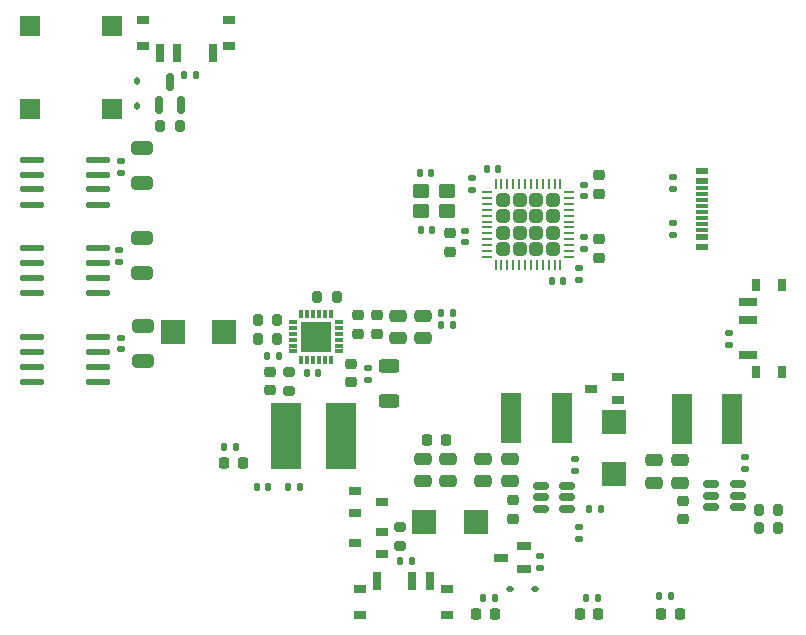
<source format=gbr>
%TF.GenerationSoftware,KiCad,Pcbnew,9.0.2*%
%TF.CreationDate,2025-12-02T14:10:35-05:00*%
%TF.ProjectId,VolleyBot,566f6c6c-6579-4426-9f74-2e6b69636164,rev?*%
%TF.SameCoordinates,Original*%
%TF.FileFunction,Paste,Top*%
%TF.FilePolarity,Positive*%
%FSLAX46Y46*%
G04 Gerber Fmt 4.6, Leading zero omitted, Abs format (unit mm)*
G04 Created by KiCad (PCBNEW 9.0.2) date 2025-12-02 14:10:35*
%MOMM*%
%LPD*%
G01*
G04 APERTURE LIST*
G04 Aperture macros list*
%AMRoundRect*
0 Rectangle with rounded corners*
0 $1 Rounding radius*
0 $2 $3 $4 $5 $6 $7 $8 $9 X,Y pos of 4 corners*
0 Add a 4 corners polygon primitive as box body*
4,1,4,$2,$3,$4,$5,$6,$7,$8,$9,$2,$3,0*
0 Add four circle primitives for the rounded corners*
1,1,$1+$1,$2,$3*
1,1,$1+$1,$4,$5*
1,1,$1+$1,$6,$7*
1,1,$1+$1,$8,$9*
0 Add four rect primitives between the rounded corners*
20,1,$1+$1,$2,$3,$4,$5,0*
20,1,$1+$1,$4,$5,$6,$7,0*
20,1,$1+$1,$6,$7,$8,$9,0*
20,1,$1+$1,$8,$9,$2,$3,0*%
G04 Aperture macros list end*
%ADD10R,1.000000X0.800000*%
%ADD11RoundRect,0.200000X0.275000X-0.200000X0.275000X0.200000X-0.275000X0.200000X-0.275000X-0.200000X0*%
%ADD12R,0.700000X1.500000*%
%ADD13R,0.800000X1.000000*%
%ADD14R,1.500000X0.700000*%
%ADD15RoundRect,0.250000X-0.315000X-0.315000X0.315000X-0.315000X0.315000X0.315000X-0.315000X0.315000X0*%
%ADD16RoundRect,0.062500X-0.375000X-0.062500X0.375000X-0.062500X0.375000X0.062500X-0.375000X0.062500X0*%
%ADD17RoundRect,0.062500X-0.062500X-0.375000X0.062500X-0.375000X0.062500X0.375000X-0.062500X0.375000X0*%
%ADD18R,1.100000X0.550000*%
%ADD19R,1.100000X0.300000*%
%ADD20RoundRect,0.200000X0.200000X0.275000X-0.200000X0.275000X-0.200000X-0.275000X0.200000X-0.275000X0*%
%ADD21RoundRect,0.250000X-0.650000X0.325000X-0.650000X-0.325000X0.650000X-0.325000X0.650000X0.325000X0*%
%ADD22O,2.050000X0.590000*%
%ADD23RoundRect,0.140000X-0.170000X0.140000X-0.170000X-0.140000X0.170000X-0.140000X0.170000X0.140000X0*%
%ADD24RoundRect,0.250000X-0.475000X0.250000X-0.475000X-0.250000X0.475000X-0.250000X0.475000X0.250000X0*%
%ADD25RoundRect,0.135000X-0.135000X-0.185000X0.135000X-0.185000X0.135000X0.185000X-0.135000X0.185000X0*%
%ADD26RoundRect,0.150000X-0.512500X-0.150000X0.512500X-0.150000X0.512500X0.150000X-0.512500X0.150000X0*%
%ADD27RoundRect,0.135000X0.135000X0.185000X-0.135000X0.185000X-0.135000X-0.185000X0.135000X-0.185000X0*%
%ADD28RoundRect,0.250000X0.475000X-0.250000X0.475000X0.250000X-0.475000X0.250000X-0.475000X-0.250000X0*%
%ADD29RoundRect,0.225000X0.250000X-0.225000X0.250000X0.225000X-0.250000X0.225000X-0.250000X-0.225000X0*%
%ADD30R,2.500000X5.700000*%
%ADD31RoundRect,0.200000X-0.200000X-0.275000X0.200000X-0.275000X0.200000X0.275000X-0.200000X0.275000X0*%
%ADD32R,1.800000X4.200000*%
%ADD33RoundRect,0.135000X-0.185000X0.135000X-0.185000X-0.135000X0.185000X-0.135000X0.185000X0.135000X0*%
%ADD34RoundRect,0.140000X0.170000X-0.140000X0.170000X0.140000X-0.170000X0.140000X-0.170000X-0.140000X0*%
%ADD35RoundRect,0.250000X-0.625000X0.312500X-0.625000X-0.312500X0.625000X-0.312500X0.625000X0.312500X0*%
%ADD36RoundRect,0.250000X0.450000X0.350000X-0.450000X0.350000X-0.450000X-0.350000X0.450000X-0.350000X0*%
%ADD37RoundRect,0.225000X-0.250000X0.225000X-0.250000X-0.225000X0.250000X-0.225000X0.250000X0.225000X0*%
%ADD38RoundRect,0.218750X0.218750X0.256250X-0.218750X0.256250X-0.218750X-0.256250X0.218750X-0.256250X0*%
%ADD39R,2.000000X2.000000*%
%ADD40RoundRect,0.135000X0.185000X-0.135000X0.185000X0.135000X-0.185000X0.135000X-0.185000X-0.135000X0*%
%ADD41R,1.250000X0.700000*%
%ADD42RoundRect,0.112500X-0.187500X-0.112500X0.187500X-0.112500X0.187500X0.112500X-0.187500X0.112500X0*%
%ADD43RoundRect,0.140000X-0.140000X-0.170000X0.140000X-0.170000X0.140000X0.170000X-0.140000X0.170000X0*%
%ADD44RoundRect,0.140000X0.140000X0.170000X-0.140000X0.170000X-0.140000X-0.170000X0.140000X-0.170000X0*%
%ADD45RoundRect,0.200000X-0.275000X0.200000X-0.275000X-0.200000X0.275000X-0.200000X0.275000X0.200000X0*%
%ADD46RoundRect,0.150000X0.150000X-0.587500X0.150000X0.587500X-0.150000X0.587500X-0.150000X-0.587500X0*%
%ADD47RoundRect,0.218750X-0.256250X0.218750X-0.256250X-0.218750X0.256250X-0.218750X0.256250X0.218750X0*%
%ADD48R,0.300000X0.700000*%
%ADD49R,0.700000X0.300000*%
%ADD50R,2.600000X2.600000*%
%ADD51RoundRect,0.218750X-0.218750X-0.256250X0.218750X-0.256250X0.218750X0.256250X-0.218750X0.256250X0*%
%ADD52RoundRect,0.112500X0.112500X-0.187500X0.112500X0.187500X-0.112500X0.187500X-0.112500X-0.187500X0*%
%ADD53R,1.800000X1.800000*%
G04 APERTURE END LIST*
D10*
%TO.C,Q5*%
X118948586Y-110200000D03*
X118948586Y-108300000D03*
X116648586Y-109250000D03*
%TD*%
D11*
%TO.C,R25*%
X120500000Y-109525000D03*
X120500000Y-107875000D03*
%TD*%
D10*
%TO.C,SW1*%
X106000000Y-67160000D03*
X106000000Y-64950000D03*
X98700000Y-67160000D03*
X98700000Y-64950000D03*
D12*
X104600000Y-67810000D03*
X101600000Y-67810000D03*
X100100000Y-67810000D03*
%TD*%
D13*
%TO.C,SW2*%
X150600000Y-94750000D03*
X152810000Y-94750000D03*
X150600000Y-87450000D03*
X152810000Y-87450000D03*
D14*
X149950000Y-93350000D03*
X149950000Y-90350000D03*
X149950000Y-88850000D03*
%TD*%
D10*
%TO.C,SW3*%
X117100000Y-113150000D03*
X117100000Y-115360000D03*
X124400000Y-113150000D03*
X124400000Y-115360000D03*
D12*
X118500000Y-112500000D03*
X121500000Y-112500000D03*
X123000000Y-112500000D03*
%TD*%
D15*
%TO.C,U1*%
X129200000Y-80200000D03*
X129200000Y-81600000D03*
X129200000Y-83000000D03*
X129200000Y-84400000D03*
X130600000Y-80200000D03*
X130600000Y-81600000D03*
X130600000Y-83000000D03*
X130600000Y-84400000D03*
X132000000Y-80200000D03*
X132000000Y-81600000D03*
X132000000Y-83000000D03*
X132000000Y-84400000D03*
X133400000Y-80200000D03*
X133400000Y-81600000D03*
X133400000Y-83000000D03*
X133400000Y-84400000D03*
D16*
X127862500Y-79550000D03*
X127862500Y-80050000D03*
X127862500Y-80550000D03*
X127862500Y-81050000D03*
X127862500Y-81550000D03*
X127862500Y-82050000D03*
X127862500Y-82550000D03*
X127862500Y-83050000D03*
X127862500Y-83550000D03*
X127862500Y-84050000D03*
X127862500Y-84550000D03*
X127862500Y-85050000D03*
D17*
X128550000Y-85737500D03*
X129050000Y-85737500D03*
X129550000Y-85737500D03*
X130050000Y-85737500D03*
X130550000Y-85737500D03*
X131050000Y-85737500D03*
X131550000Y-85737500D03*
X132050000Y-85737500D03*
X132550000Y-85737500D03*
X133050000Y-85737500D03*
X133550000Y-85737500D03*
X134050000Y-85737500D03*
D16*
X134737500Y-85050000D03*
X134737500Y-84550000D03*
X134737500Y-84050000D03*
X134737500Y-83550000D03*
X134737500Y-83050000D03*
X134737500Y-82550000D03*
X134737500Y-82050000D03*
X134737500Y-81550000D03*
X134737500Y-81050000D03*
X134737500Y-80550000D03*
X134737500Y-80050000D03*
X134737500Y-79550000D03*
D17*
X134050000Y-78862500D03*
X133550000Y-78862500D03*
X133050000Y-78862500D03*
X132550000Y-78862500D03*
X132050000Y-78862500D03*
X131550000Y-78862500D03*
X131050000Y-78862500D03*
X130550000Y-78862500D03*
X130050000Y-78862500D03*
X129550000Y-78862500D03*
X129050000Y-78862500D03*
X128550000Y-78862500D03*
%TD*%
D18*
%TO.C,USB2*%
X146000000Y-84200000D03*
X146000000Y-83400000D03*
D19*
X146000000Y-82750000D03*
X146000000Y-82250000D03*
X146000000Y-81750000D03*
X146000000Y-81250000D03*
X146000000Y-80750000D03*
X146000000Y-80250000D03*
X146000000Y-79750000D03*
X146000000Y-79250000D03*
D18*
X146000000Y-78600000D03*
X146000000Y-77800000D03*
%TD*%
D20*
%TO.C,R10*%
X152500000Y-108000000D03*
X150850000Y-108000000D03*
%TD*%
D21*
%TO.C,C36*%
X98600000Y-75850000D03*
X98600000Y-78800000D03*
%TD*%
%TO.C,C19*%
X98700000Y-90925000D03*
X98700000Y-93875000D03*
%TD*%
%TO.C,C16*%
X98600000Y-83450000D03*
X98600000Y-86400000D03*
%TD*%
D22*
%TO.C,U8*%
X94870000Y-95610000D03*
X94870000Y-94330000D03*
X94870000Y-93070000D03*
X94870000Y-91800000D03*
X89330000Y-91800000D03*
X89330000Y-93070000D03*
X89330000Y-94330000D03*
X89330000Y-95610000D03*
%TD*%
%TO.C,U3*%
X94870000Y-80610000D03*
X94870000Y-79330000D03*
X94870000Y-78070000D03*
X94870000Y-76800000D03*
X89330000Y-76800000D03*
X89330000Y-78070000D03*
X89330000Y-79330000D03*
X89330000Y-80610000D03*
%TD*%
%TO.C,U2*%
X94870000Y-88110000D03*
X94870000Y-86830000D03*
X94870000Y-85570000D03*
X94870000Y-84300000D03*
X89330000Y-84300000D03*
X89330000Y-85570000D03*
X89330000Y-86830000D03*
X89330000Y-88110000D03*
%TD*%
D23*
%TO.C,C37*%
X96800000Y-76940000D03*
X96800000Y-77900000D03*
%TD*%
D24*
%TO.C,C15*%
X127500000Y-102150000D03*
X127500000Y-104050000D03*
%TD*%
%TO.C,C25*%
X144200000Y-102250000D03*
X144200000Y-104150000D03*
%TD*%
D25*
%TO.C,R26*%
X109230000Y-93422500D03*
X110250000Y-93422500D03*
%TD*%
D26*
%TO.C,U4*%
X132362500Y-104450000D03*
X132362500Y-105400000D03*
X132362500Y-106350000D03*
X134637500Y-106350000D03*
X134637500Y-105400000D03*
X134637500Y-104450000D03*
%TD*%
D27*
%TO.C,R9*%
X137520000Y-106400000D03*
X136500000Y-106400000D03*
%TD*%
D28*
%TO.C,C30*%
X122400000Y-91947500D03*
X122400000Y-90047500D03*
%TD*%
D20*
%TO.C,R18*%
X115125000Y-88460000D03*
X113475000Y-88460000D03*
%TD*%
D24*
%TO.C,C14*%
X129750000Y-102150000D03*
X129750000Y-104050000D03*
%TD*%
D29*
%TO.C,C23*%
X144450000Y-107250000D03*
X144450000Y-105700000D03*
%TD*%
D30*
%TO.C,L4*%
X110800000Y-100210000D03*
X115500000Y-100190000D03*
%TD*%
D31*
%TO.C,R16*%
X108400000Y-92022500D03*
X110050000Y-92022500D03*
%TD*%
D32*
%TO.C,L1*%
X134150000Y-98650000D03*
X129850000Y-98650000D03*
%TD*%
D24*
%TO.C,C7*%
X122450000Y-102150000D03*
X122450000Y-104050000D03*
%TD*%
D23*
%TO.C,C2*%
X135600000Y-86000000D03*
X135600000Y-86960000D03*
%TD*%
D24*
%TO.C,C26*%
X141950000Y-102250000D03*
X141950000Y-104150000D03*
%TD*%
D33*
%TO.C,R14*%
X117750000Y-94427500D03*
X117750000Y-95447500D03*
%TD*%
D23*
%TO.C,C4*%
X136000000Y-78940000D03*
X136000000Y-79900000D03*
%TD*%
D29*
%TO.C,C12*%
X130000000Y-107200000D03*
X130000000Y-105650000D03*
%TD*%
D34*
%TO.C,C5*%
X126000000Y-83790000D03*
X126000000Y-82830000D03*
%TD*%
D35*
%TO.C,R19*%
X119550000Y-94300000D03*
X119550000Y-97225000D03*
%TD*%
D36*
%TO.C,Y1*%
X124400000Y-79472000D03*
X122200000Y-79472000D03*
X122200000Y-81172000D03*
X124400000Y-81172000D03*
%TD*%
D34*
%TO.C,C22*%
X126598586Y-79350000D03*
X126598586Y-78390000D03*
%TD*%
D37*
%TO.C,C33*%
X109475000Y-94800000D03*
X109475000Y-96350000D03*
%TD*%
D38*
%TO.C,D2*%
X137252500Y-115240000D03*
X135677500Y-115240000D03*
%TD*%
D24*
%TO.C,C8*%
X124550000Y-102150000D03*
X124550000Y-104050000D03*
%TD*%
D39*
%TO.C,D1*%
X138550000Y-99025000D03*
X138550000Y-103425000D03*
%TD*%
D34*
%TO.C,C24*%
X149700000Y-102960000D03*
X149700000Y-102000000D03*
%TD*%
D40*
%TO.C,R8*%
X135575000Y-108925000D03*
X135575000Y-107905000D03*
%TD*%
D41*
%TO.C,Q3*%
X131000000Y-111450000D03*
X131000000Y-109550000D03*
X129000000Y-110500000D03*
%TD*%
D39*
%TO.C,D12*%
X126900000Y-107450000D03*
X122500000Y-107450000D03*
%TD*%
D42*
%TO.C,D8*%
X129800000Y-113200000D03*
X131900000Y-113200000D03*
%TD*%
D25*
%TO.C,R5*%
X123905000Y-90825000D03*
X124925000Y-90825000D03*
%TD*%
D40*
%TO.C,R2*%
X143600000Y-79300000D03*
X143600000Y-78280000D03*
%TD*%
D43*
%TO.C,C11*%
X133340000Y-87100000D03*
X134300000Y-87100000D03*
%TD*%
D10*
%TO.C,Q1*%
X138950000Y-97150000D03*
X138950000Y-95250000D03*
X136650000Y-96200000D03*
%TD*%
D43*
%TO.C,C10*%
X122240000Y-82800000D03*
X123200000Y-82800000D03*
%TD*%
%TO.C,C3*%
X127828798Y-77606497D03*
X128788798Y-77606497D03*
%TD*%
D28*
%TO.C,C29*%
X120300000Y-91947500D03*
X120300000Y-90047500D03*
%TD*%
D44*
%TO.C,C35*%
X111980000Y-104500000D03*
X111020000Y-104500000D03*
%TD*%
D27*
%TO.C,R6*%
X124925000Y-89775000D03*
X123905000Y-89775000D03*
%TD*%
D25*
%TO.C,R13*%
X142377500Y-113751000D03*
X143397500Y-113751000D03*
%TD*%
D27*
%TO.C,R27*%
X137227500Y-113890000D03*
X136207500Y-113890000D03*
%TD*%
D45*
%TO.C,R7*%
X111075000Y-94750000D03*
X111075000Y-96400000D03*
%TD*%
D27*
%TO.C,R15*%
X128520000Y-113900000D03*
X127500000Y-113900000D03*
%TD*%
D25*
%TO.C,R1*%
X102190000Y-69625000D03*
X103210000Y-69625000D03*
%TD*%
D23*
%TO.C,C18*%
X96800000Y-91900000D03*
X96800000Y-92860000D03*
%TD*%
D46*
%TO.C,Q4*%
X100025000Y-72150000D03*
X101925000Y-72150000D03*
X100975000Y-70275000D03*
%TD*%
D43*
%TO.C,C34*%
X108340000Y-104500000D03*
X109300000Y-104500000D03*
%TD*%
D47*
%TO.C,D3*%
X137300000Y-83537500D03*
X137300000Y-85112500D03*
%TD*%
D38*
%TO.C,FB1*%
X124337500Y-100550000D03*
X122762500Y-100550000D03*
%TD*%
D44*
%TO.C,C9*%
X123080000Y-77972000D03*
X122120000Y-77972000D03*
%TD*%
D38*
%TO.C,D4*%
X144175000Y-115251000D03*
X142600000Y-115251000D03*
%TD*%
D31*
%TO.C,R17*%
X108400000Y-90422500D03*
X110050000Y-90422500D03*
%TD*%
D27*
%TO.C,R21*%
X121510000Y-110800000D03*
X120490000Y-110800000D03*
%TD*%
D39*
%TO.C,D10*%
X101200000Y-91400000D03*
X105600000Y-91400000D03*
%TD*%
D31*
%TO.C,R22*%
X100150000Y-73975000D03*
X101800000Y-73975000D03*
%TD*%
D48*
%TO.C,U7*%
X114600000Y-89860000D03*
X114100000Y-89860000D03*
X113600000Y-89860000D03*
X113100000Y-89860000D03*
X112600000Y-89860000D03*
X112100000Y-89860000D03*
D49*
X111400000Y-90550000D03*
X111400000Y-91050000D03*
X111400000Y-91550000D03*
X111400000Y-92050000D03*
X111400000Y-92550000D03*
X111400000Y-93050000D03*
D48*
X112100000Y-93740000D03*
X112600000Y-93740000D03*
X113100000Y-93740000D03*
X113600000Y-93740000D03*
X114100000Y-93740000D03*
X114600000Y-93740000D03*
D49*
X115300000Y-93050000D03*
X115300000Y-92550000D03*
X115300000Y-92050000D03*
X115300000Y-91550000D03*
X115300000Y-91050000D03*
X115300000Y-90550000D03*
D50*
X113350000Y-91800000D03*
%TD*%
D27*
%TO.C,R28*%
X106575000Y-101100000D03*
X105555000Y-101100000D03*
%TD*%
D38*
%TO.C,D6*%
X107175000Y-102500000D03*
X105600000Y-102500000D03*
%TD*%
D29*
%TO.C,C28*%
X118500000Y-91547500D03*
X118500000Y-89997500D03*
%TD*%
D51*
%TO.C,D5*%
X126925000Y-115300000D03*
X128500000Y-115300000D03*
%TD*%
D32*
%TO.C,L2*%
X148600000Y-98750000D03*
X144300000Y-98750000D03*
%TD*%
D40*
%TO.C,R12*%
X136000000Y-84345000D03*
X136000000Y-83325000D03*
%TD*%
D26*
%TO.C,U5*%
X146812500Y-104300000D03*
X146812500Y-105250000D03*
X146812500Y-106200000D03*
X149087500Y-106200000D03*
X149087500Y-105250000D03*
X149087500Y-104300000D03*
%TD*%
D52*
%TO.C,D7*%
X98175000Y-72262500D03*
X98175000Y-70162500D03*
%TD*%
D37*
%TO.C,C1*%
X137300000Y-78150000D03*
X137300000Y-79700000D03*
%TD*%
D29*
%TO.C,C32*%
X116350000Y-95622500D03*
X116350000Y-94072500D03*
%TD*%
D34*
%TO.C,C13*%
X135250000Y-103130000D03*
X135250000Y-102170000D03*
%TD*%
D33*
%TO.C,R3*%
X143600000Y-82200000D03*
X143600000Y-83220000D03*
%TD*%
D10*
%TO.C,Q2*%
X116650000Y-104850000D03*
X116650000Y-106750000D03*
X118950000Y-105800000D03*
%TD*%
D33*
%TO.C,R4*%
X148300000Y-91490000D03*
X148300000Y-92510000D03*
%TD*%
D23*
%TO.C,C17*%
X96700000Y-84500000D03*
X96700000Y-85460000D03*
%TD*%
D29*
%TO.C,C6*%
X124700000Y-84610000D03*
X124700000Y-83060000D03*
%TD*%
%TO.C,C27*%
X116900000Y-91547500D03*
X116900000Y-89997500D03*
%TD*%
D40*
%TO.C,R23*%
X132350000Y-111410000D03*
X132350000Y-110390000D03*
%TD*%
D53*
%TO.C,BUZZER1*%
X96100000Y-72500000D03*
X96100000Y-65520000D03*
X89120000Y-65520000D03*
X89120000Y-72500000D03*
%TD*%
D20*
%TO.C,R11*%
X152500000Y-106500000D03*
X150850000Y-106500000D03*
%TD*%
D43*
%TO.C,C31*%
X112590000Y-94900000D03*
X113550000Y-94900000D03*
%TD*%
M02*

</source>
